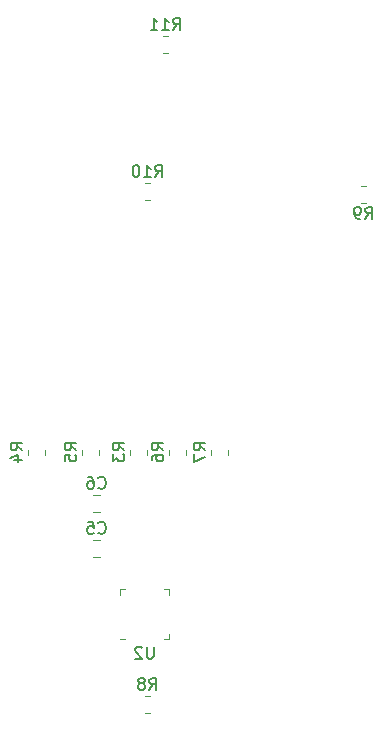
<source format=gbr>
%TF.GenerationSoftware,KiCad,Pcbnew,6.0.11+dfsg-1*%
%TF.CreationDate,2023-12-17T00:58:25-05:00*%
%TF.ProjectId,base_controller,62617365-5f63-46f6-9e74-726f6c6c6572,rev?*%
%TF.SameCoordinates,Original*%
%TF.FileFunction,Legend,Bot*%
%TF.FilePolarity,Positive*%
%FSLAX46Y46*%
G04 Gerber Fmt 4.6, Leading zero omitted, Abs format (unit mm)*
G04 Created by KiCad (PCBNEW 6.0.11+dfsg-1) date 2023-12-17 00:58:25*
%MOMM*%
%LPD*%
G01*
G04 APERTURE LIST*
%ADD10C,0.150000*%
%ADD11C,0.120000*%
G04 APERTURE END LIST*
D10*
%TO.C,R9*%
X181522666Y-97098380D02*
X181856000Y-96622190D01*
X182094095Y-97098380D02*
X182094095Y-96098380D01*
X181713142Y-96098380D01*
X181617904Y-96146000D01*
X181570285Y-96193619D01*
X181522666Y-96288857D01*
X181522666Y-96431714D01*
X181570285Y-96526952D01*
X181617904Y-96574571D01*
X181713142Y-96622190D01*
X182094095Y-96622190D01*
X181046476Y-97098380D02*
X180856000Y-97098380D01*
X180760761Y-97050761D01*
X180713142Y-97003142D01*
X180617904Y-96860285D01*
X180570285Y-96669809D01*
X180570285Y-96288857D01*
X180617904Y-96193619D01*
X180665523Y-96146000D01*
X180760761Y-96098380D01*
X180951238Y-96098380D01*
X181046476Y-96146000D01*
X181094095Y-96193619D01*
X181141714Y-96288857D01*
X181141714Y-96526952D01*
X181094095Y-96622190D01*
X181046476Y-96669809D01*
X180951238Y-96717428D01*
X180760761Y-96717428D01*
X180665523Y-96669809D01*
X180617904Y-96622190D01*
X180570285Y-96526952D01*
%TO.C,C5*%
X158916666Y-123645142D02*
X158964285Y-123692761D01*
X159107142Y-123740380D01*
X159202380Y-123740380D01*
X159345238Y-123692761D01*
X159440476Y-123597523D01*
X159488095Y-123502285D01*
X159535714Y-123311809D01*
X159535714Y-123168952D01*
X159488095Y-122978476D01*
X159440476Y-122883238D01*
X159345238Y-122788000D01*
X159202380Y-122740380D01*
X159107142Y-122740380D01*
X158964285Y-122788000D01*
X158916666Y-122835619D01*
X158011904Y-122740380D02*
X158488095Y-122740380D01*
X158535714Y-123216571D01*
X158488095Y-123168952D01*
X158392857Y-123121333D01*
X158154761Y-123121333D01*
X158059523Y-123168952D01*
X158011904Y-123216571D01*
X157964285Y-123311809D01*
X157964285Y-123549904D01*
X158011904Y-123645142D01*
X158059523Y-123692761D01*
X158154761Y-123740380D01*
X158392857Y-123740380D01*
X158488095Y-123692761D01*
X158535714Y-123645142D01*
%TO.C,C6*%
X158916666Y-119835142D02*
X158964285Y-119882761D01*
X159107142Y-119930380D01*
X159202380Y-119930380D01*
X159345238Y-119882761D01*
X159440476Y-119787523D01*
X159488095Y-119692285D01*
X159535714Y-119501809D01*
X159535714Y-119358952D01*
X159488095Y-119168476D01*
X159440476Y-119073238D01*
X159345238Y-118978000D01*
X159202380Y-118930380D01*
X159107142Y-118930380D01*
X158964285Y-118978000D01*
X158916666Y-119025619D01*
X158059523Y-118930380D02*
X158250000Y-118930380D01*
X158345238Y-118978000D01*
X158392857Y-119025619D01*
X158488095Y-119168476D01*
X158535714Y-119358952D01*
X158535714Y-119739904D01*
X158488095Y-119835142D01*
X158440476Y-119882761D01*
X158345238Y-119930380D01*
X158154761Y-119930380D01*
X158059523Y-119882761D01*
X158011904Y-119835142D01*
X157964285Y-119739904D01*
X157964285Y-119501809D01*
X158011904Y-119406571D01*
X158059523Y-119358952D01*
X158154761Y-119311333D01*
X158345238Y-119311333D01*
X158440476Y-119358952D01*
X158488095Y-119406571D01*
X158535714Y-119501809D01*
%TO.C,R3*%
X161108380Y-116673333D02*
X160632190Y-116340000D01*
X161108380Y-116101904D02*
X160108380Y-116101904D01*
X160108380Y-116482857D01*
X160156000Y-116578095D01*
X160203619Y-116625714D01*
X160298857Y-116673333D01*
X160441714Y-116673333D01*
X160536952Y-116625714D01*
X160584571Y-116578095D01*
X160632190Y-116482857D01*
X160632190Y-116101904D01*
X160108380Y-117006666D02*
X160108380Y-117625714D01*
X160489333Y-117292380D01*
X160489333Y-117435238D01*
X160536952Y-117530476D01*
X160584571Y-117578095D01*
X160679809Y-117625714D01*
X160917904Y-117625714D01*
X161013142Y-117578095D01*
X161060761Y-117530476D01*
X161108380Y-117435238D01*
X161108380Y-117149523D01*
X161060761Y-117054285D01*
X161013142Y-117006666D01*
%TO.C,R4*%
X152472380Y-116673333D02*
X151996190Y-116340000D01*
X152472380Y-116101904D02*
X151472380Y-116101904D01*
X151472380Y-116482857D01*
X151520000Y-116578095D01*
X151567619Y-116625714D01*
X151662857Y-116673333D01*
X151805714Y-116673333D01*
X151900952Y-116625714D01*
X151948571Y-116578095D01*
X151996190Y-116482857D01*
X151996190Y-116101904D01*
X151805714Y-117530476D02*
X152472380Y-117530476D01*
X151424761Y-117292380D02*
X152139047Y-117054285D01*
X152139047Y-117673333D01*
%TO.C,R5*%
X157044380Y-116673333D02*
X156568190Y-116340000D01*
X157044380Y-116101904D02*
X156044380Y-116101904D01*
X156044380Y-116482857D01*
X156092000Y-116578095D01*
X156139619Y-116625714D01*
X156234857Y-116673333D01*
X156377714Y-116673333D01*
X156472952Y-116625714D01*
X156520571Y-116578095D01*
X156568190Y-116482857D01*
X156568190Y-116101904D01*
X156044380Y-117578095D02*
X156044380Y-117101904D01*
X156520571Y-117054285D01*
X156472952Y-117101904D01*
X156425333Y-117197142D01*
X156425333Y-117435238D01*
X156472952Y-117530476D01*
X156520571Y-117578095D01*
X156615809Y-117625714D01*
X156853904Y-117625714D01*
X156949142Y-117578095D01*
X156996761Y-117530476D01*
X157044380Y-117435238D01*
X157044380Y-117197142D01*
X156996761Y-117101904D01*
X156949142Y-117054285D01*
%TO.C,R6*%
X164410380Y-116673333D02*
X163934190Y-116340000D01*
X164410380Y-116101904D02*
X163410380Y-116101904D01*
X163410380Y-116482857D01*
X163458000Y-116578095D01*
X163505619Y-116625714D01*
X163600857Y-116673333D01*
X163743714Y-116673333D01*
X163838952Y-116625714D01*
X163886571Y-116578095D01*
X163934190Y-116482857D01*
X163934190Y-116101904D01*
X163410380Y-117530476D02*
X163410380Y-117340000D01*
X163458000Y-117244761D01*
X163505619Y-117197142D01*
X163648476Y-117101904D01*
X163838952Y-117054285D01*
X164219904Y-117054285D01*
X164315142Y-117101904D01*
X164362761Y-117149523D01*
X164410380Y-117244761D01*
X164410380Y-117435238D01*
X164362761Y-117530476D01*
X164315142Y-117578095D01*
X164219904Y-117625714D01*
X163981809Y-117625714D01*
X163886571Y-117578095D01*
X163838952Y-117530476D01*
X163791333Y-117435238D01*
X163791333Y-117244761D01*
X163838952Y-117149523D01*
X163886571Y-117101904D01*
X163981809Y-117054285D01*
%TO.C,R7*%
X167966380Y-116673333D02*
X167490190Y-116340000D01*
X167966380Y-116101904D02*
X166966380Y-116101904D01*
X166966380Y-116482857D01*
X167014000Y-116578095D01*
X167061619Y-116625714D01*
X167156857Y-116673333D01*
X167299714Y-116673333D01*
X167394952Y-116625714D01*
X167442571Y-116578095D01*
X167490190Y-116482857D01*
X167490190Y-116101904D01*
X166966380Y-117006666D02*
X166966380Y-117673333D01*
X167966380Y-117244761D01*
%TO.C,R8*%
X163234666Y-136978380D02*
X163568000Y-136502190D01*
X163806095Y-136978380D02*
X163806095Y-135978380D01*
X163425142Y-135978380D01*
X163329904Y-136026000D01*
X163282285Y-136073619D01*
X163234666Y-136168857D01*
X163234666Y-136311714D01*
X163282285Y-136406952D01*
X163329904Y-136454571D01*
X163425142Y-136502190D01*
X163806095Y-136502190D01*
X162663238Y-136406952D02*
X162758476Y-136359333D01*
X162806095Y-136311714D01*
X162853714Y-136216476D01*
X162853714Y-136168857D01*
X162806095Y-136073619D01*
X162758476Y-136026000D01*
X162663238Y-135978380D01*
X162472761Y-135978380D01*
X162377523Y-136026000D01*
X162329904Y-136073619D01*
X162282285Y-136168857D01*
X162282285Y-136216476D01*
X162329904Y-136311714D01*
X162377523Y-136359333D01*
X162472761Y-136406952D01*
X162663238Y-136406952D01*
X162758476Y-136454571D01*
X162806095Y-136502190D01*
X162853714Y-136597428D01*
X162853714Y-136787904D01*
X162806095Y-136883142D01*
X162758476Y-136930761D01*
X162663238Y-136978380D01*
X162472761Y-136978380D01*
X162377523Y-136930761D01*
X162329904Y-136883142D01*
X162282285Y-136787904D01*
X162282285Y-136597428D01*
X162329904Y-136502190D01*
X162377523Y-136454571D01*
X162472761Y-136406952D01*
%TO.C,R10*%
X163710857Y-93544380D02*
X164044190Y-93068190D01*
X164282285Y-93544380D02*
X164282285Y-92544380D01*
X163901333Y-92544380D01*
X163806095Y-92592000D01*
X163758476Y-92639619D01*
X163710857Y-92734857D01*
X163710857Y-92877714D01*
X163758476Y-92972952D01*
X163806095Y-93020571D01*
X163901333Y-93068190D01*
X164282285Y-93068190D01*
X162758476Y-93544380D02*
X163329904Y-93544380D01*
X163044190Y-93544380D02*
X163044190Y-92544380D01*
X163139428Y-92687238D01*
X163234666Y-92782476D01*
X163329904Y-92830095D01*
X162139428Y-92544380D02*
X162044190Y-92544380D01*
X161948952Y-92592000D01*
X161901333Y-92639619D01*
X161853714Y-92734857D01*
X161806095Y-92925333D01*
X161806095Y-93163428D01*
X161853714Y-93353904D01*
X161901333Y-93449142D01*
X161948952Y-93496761D01*
X162044190Y-93544380D01*
X162139428Y-93544380D01*
X162234666Y-93496761D01*
X162282285Y-93449142D01*
X162329904Y-93353904D01*
X162377523Y-93163428D01*
X162377523Y-92925333D01*
X162329904Y-92734857D01*
X162282285Y-92639619D01*
X162234666Y-92592000D01*
X162139428Y-92544380D01*
%TO.C,R11*%
X165234857Y-81098380D02*
X165568190Y-80622190D01*
X165806285Y-81098380D02*
X165806285Y-80098380D01*
X165425333Y-80098380D01*
X165330095Y-80146000D01*
X165282476Y-80193619D01*
X165234857Y-80288857D01*
X165234857Y-80431714D01*
X165282476Y-80526952D01*
X165330095Y-80574571D01*
X165425333Y-80622190D01*
X165806285Y-80622190D01*
X164282476Y-81098380D02*
X164853904Y-81098380D01*
X164568190Y-81098380D02*
X164568190Y-80098380D01*
X164663428Y-80241238D01*
X164758666Y-80336476D01*
X164853904Y-80384095D01*
X163330095Y-81098380D02*
X163901523Y-81098380D01*
X163615809Y-81098380D02*
X163615809Y-80098380D01*
X163711047Y-80241238D01*
X163806285Y-80336476D01*
X163901523Y-80384095D01*
%TO.C,U2*%
X163575904Y-133308380D02*
X163575904Y-134117904D01*
X163528285Y-134213142D01*
X163480666Y-134260761D01*
X163385428Y-134308380D01*
X163194952Y-134308380D01*
X163099714Y-134260761D01*
X163052095Y-134213142D01*
X163004476Y-134117904D01*
X163004476Y-133308380D01*
X162575904Y-133403619D02*
X162528285Y-133356000D01*
X162433047Y-133308380D01*
X162194952Y-133308380D01*
X162099714Y-133356000D01*
X162052095Y-133403619D01*
X162004476Y-133498857D01*
X162004476Y-133594095D01*
X162052095Y-133736952D01*
X162623523Y-134308380D01*
X162004476Y-134308380D01*
D11*
%TO.C,R9*%
X181128936Y-94261000D02*
X181583064Y-94261000D01*
X181128936Y-95731000D02*
X181583064Y-95731000D01*
%TO.C,C5*%
X159011252Y-124233000D02*
X158488748Y-124233000D01*
X159011252Y-125703000D02*
X158488748Y-125703000D01*
%TO.C,C6*%
X159011252Y-121893000D02*
X158488748Y-121893000D01*
X159011252Y-120423000D02*
X158488748Y-120423000D01*
%TO.C,R3*%
X161571000Y-116612936D02*
X161571000Y-117067064D01*
X163041000Y-116612936D02*
X163041000Y-117067064D01*
%TO.C,R4*%
X152935000Y-116612936D02*
X152935000Y-117067064D01*
X154405000Y-116612936D02*
X154405000Y-117067064D01*
%TO.C,R5*%
X157507000Y-116612936D02*
X157507000Y-117067064D01*
X158977000Y-116612936D02*
X158977000Y-117067064D01*
%TO.C,R6*%
X166343000Y-116612936D02*
X166343000Y-117067064D01*
X164873000Y-116612936D02*
X164873000Y-117067064D01*
%TO.C,R7*%
X168429000Y-116612936D02*
X168429000Y-117067064D01*
X169899000Y-116612936D02*
X169899000Y-117067064D01*
%TO.C,R8*%
X163295064Y-137441000D02*
X162840936Y-137441000D01*
X163295064Y-138911000D02*
X162840936Y-138911000D01*
%TO.C,R10*%
X163295064Y-95477000D02*
X162840936Y-95477000D01*
X163295064Y-94007000D02*
X162840936Y-94007000D01*
%TO.C,R11*%
X164819064Y-81561000D02*
X164364936Y-81561000D01*
X164819064Y-83031000D02*
X164364936Y-83031000D01*
%TO.C,U2*%
X164924000Y-128446000D02*
X164924000Y-128921000D01*
X164449000Y-132666000D02*
X164924000Y-132666000D01*
X164449000Y-128446000D02*
X164924000Y-128446000D01*
X161179000Y-128446000D02*
X160704000Y-128446000D01*
X164924000Y-132666000D02*
X164924000Y-132191000D01*
X160704000Y-128446000D02*
X160704000Y-128921000D01*
X161179000Y-132666000D02*
X160704000Y-132666000D01*
%TD*%
M02*

</source>
